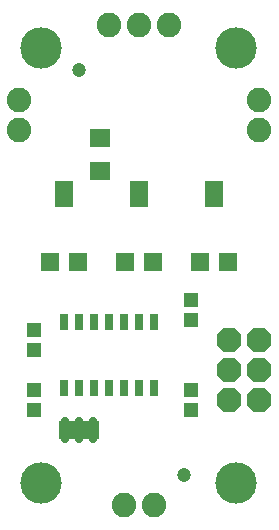
<source format=gbr>
G04 EAGLE Gerber RS-274X export*
G75*
%MOMM*%
%FSLAX34Y34*%
%LPD*%
%INSoldermask Top*%
%IPPOS*%
%AMOC8*
5,1,8,0,0,1.08239X$1,22.5*%
G01*
%ADD10R,1.203200X1.303200*%
%ADD11P,2.254402X8X292.500000*%
%ADD12R,0.803200X1.403200*%
%ADD13R,1.503200X1.503200*%
%ADD14R,1.604800X2.203200*%
%ADD15C,2.082800*%
%ADD16R,1.803200X1.603200*%
%ADD17C,0.653200*%
%ADD18R,3.495038X1.534156*%
%ADD19C,3.505200*%
%ADD20C,1.203200*%


D10*
X25400Y93100D03*
X25400Y110100D03*
D11*
X190500Y152400D03*
X215900Y152400D03*
X190500Y127000D03*
X215900Y127000D03*
X190500Y101600D03*
X215900Y101600D03*
D12*
X50800Y111700D03*
X63500Y111700D03*
X76200Y111700D03*
X88900Y111700D03*
X101600Y111700D03*
X114300Y111700D03*
X127000Y111700D03*
X127000Y167700D03*
X114300Y167700D03*
X101600Y167700D03*
X88900Y167700D03*
X76200Y167700D03*
X63500Y167700D03*
X50800Y167700D03*
D13*
X62300Y218600D03*
D14*
X50800Y276385D03*
D13*
X39300Y218600D03*
X125800Y218600D03*
D14*
X114300Y276385D03*
D13*
X102800Y218600D03*
X189300Y218600D03*
D14*
X177800Y276385D03*
D13*
X166300Y218600D03*
D15*
X101600Y12700D03*
X127000Y12700D03*
X139700Y419100D03*
X114300Y419100D03*
X88900Y419100D03*
X12700Y355600D03*
X12700Y330200D03*
D10*
X158750Y93100D03*
X158750Y110100D03*
X158750Y186300D03*
X158750Y169300D03*
X25400Y143900D03*
X25400Y160900D03*
D16*
X81280Y295880D03*
X81280Y323880D03*
D17*
X75500Y83475D02*
X75500Y68925D01*
X63500Y68925D02*
X63500Y83475D01*
X51500Y83475D02*
X51500Y68925D01*
D18*
X63525Y76225D03*
D19*
X31750Y31750D03*
X196850Y31750D03*
X31750Y400050D03*
X196850Y400050D03*
D15*
X215900Y355600D03*
X215900Y330200D03*
D20*
X63500Y381000D03*
X152400Y38100D03*
M02*

</source>
